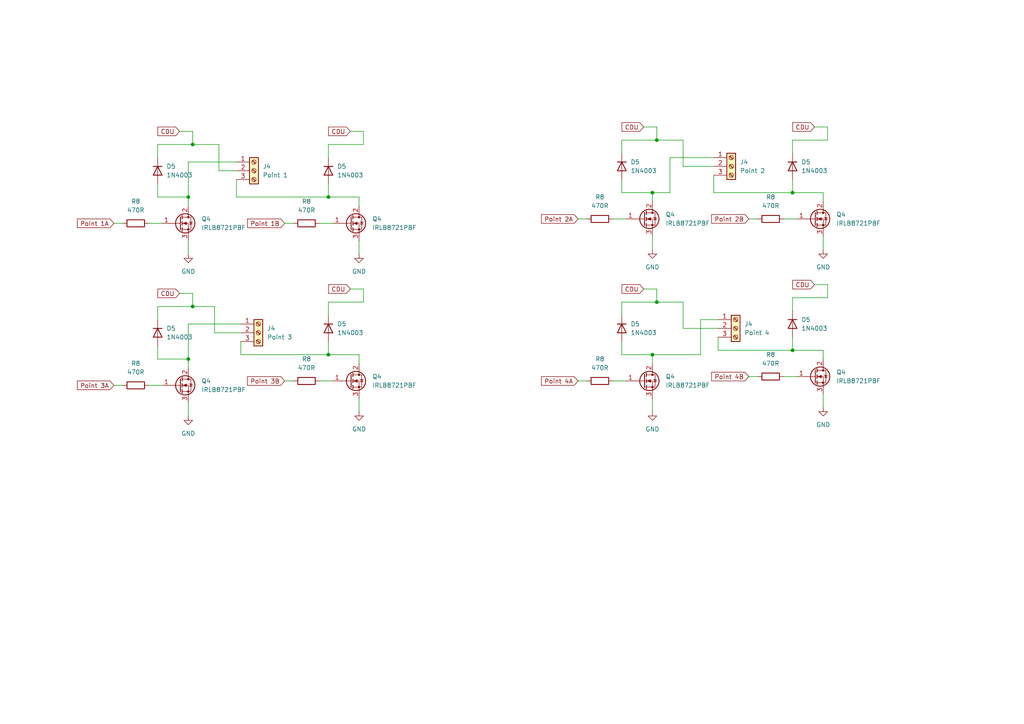
<source format=kicad_sch>
(kicad_sch (version 20230121) (generator eeschema)
  (paper "A4")
  (title_block (date "April 2024") (comment 1 "www.penguintutor.com/projects/modelrailwaypoints"))
  (lib_symbols
    (symbol "Connector:Screw_Terminal_01x03" (pin_names (offset 1.016) hide)
      (property "Reference" "J" (at 0 5.08 0))
      (property "Value" "Screw_Terminal_01x03" (at 0 -5.08 0))
      (symbol "Screw_Terminal_01x03_1_1"
        (rectangle (start -1.27 3.81) (end 1.27 -3.81) (stroke (width 0.254)) (fill (type background)))
        (circle (center 0 -2.54) (radius 0.635) (stroke (width 0.1524)))
        (polyline (pts (xy -0.5334 -2.2098) (xy 0.3302 -3.048)) (stroke (width 0.1524)))
        (polyline (pts (xy -0.5334 0.3302) (xy 0.3302 -0.508)) (stroke (width 0.1524)))
        (polyline (pts (xy -0.5334 2.8702) (xy 0.3302 2.032)) (stroke (width 0.1524)))
        (polyline (pts (xy -0.3556 -2.032) (xy 0.508 -2.8702)) (stroke (width 0.1524)))
        (polyline (pts (xy -0.3556 0.508) (xy 0.508 -0.3302)) (stroke (width 0.1524)))
        (polyline (pts (xy -0.3556 3.048) (xy 0.508 2.2098)) (stroke (width 0.1524)))
        (circle (center 0 0) (radius 0.635) (stroke (width 0.1524)))
        (circle (center 0 2.54) (radius 0.635) (stroke (width 0.1524)))
        (pin passive line (at -5.08 2.54 0) (length 3.81) (name "Pin_1") (number "1"))
        (pin passive line (at -5.08 0 0) (length 3.81) (name "Pin_2") (number "2"))
        (pin passive line (at -5.08 -2.54 0) (length 3.81) (name "Pin_3") (number "3"))
      )
    )
    (symbol "Device:R" (pin_numbers hide) (pin_names (offset 0))
      (property "Reference" "R" (at 2.032 0 90))
      (property "Value" "R" (at 0 0 90))
      (symbol "R_0_1"
        (rectangle (start -1.016 -2.54) (end 1.016 2.54) (stroke (width 0.254)))
      )
      (symbol "R_1_1"
        (pin passive line (at 0 3.81 270) (length 1.27) (name "~") (number "1"))
        (pin passive line (at 0 -3.81 90) (length 1.27) (name "~") (number "2"))
      )
    )
    (symbol "Diode:1N4003" (pin_numbers hide) (pin_names hide)
      (property "Reference" "D" (at 0 2.54 0))
      (property "Value" "1N4003" (at 0 -2.54 0))
      (symbol "1N4003_0_1"
        (polyline (pts (xy -1.27 1.27) (xy -1.27 -1.27)) (stroke (width 0.254)))
        (polyline (pts (xy 1.27 0) (xy -1.27 0)))
        (polyline (pts (xy 1.27 1.27) (xy 1.27 -1.27) (xy -1.27 0) (xy 1.27 1.27)) (stroke (width 0.254)))
      )
      (symbol "1N4003_1_1"
        (pin passive line (at -3.81 0 0) (length 2.54) (name "K") (number "1"))
        (pin passive line (at 3.81 0 180) (length 2.54) (name "A") (number "2"))
      )
    )
    (symbol "Transistor_FET:IRLB8721PBF" (pin_names hide)
      (property "Reference" "Q" (at 6.35 1.905 0))
      (property "Value" "IRLB8721PBF" (at 6.35 0 0))
      (symbol "IRLB8721PBF_0_1"
        (polyline (pts (xy 0.254 0) (xy -2.54 0)))
        (polyline (pts (xy 0.254 1.905) (xy 0.254 -1.905)) (stroke (width 0.254)))
        (polyline (pts (xy 0.762 -1.27) (xy 0.762 -2.286)) (stroke (width 0.254)))
        (polyline (pts (xy 0.762 0.508) (xy 0.762 -0.508)) (stroke (width 0.254)))
        (polyline (pts (xy 0.762 2.286) (xy 0.762 1.27)) (stroke (width 0.254)))
        (polyline (pts (xy 2.54 2.54) (xy 2.54 1.778)))
        (polyline (pts (xy 2.54 -2.54) (xy 2.54 0) (xy 0.762 0)))
        (polyline (pts (xy 0.762 -1.778) (xy 3.302 -1.778) (xy 3.302 1.778) (xy 0.762 1.778)))
        (polyline (pts (xy 1.016 0) (xy 2.032 0.381) (xy 2.032 -0.381) (xy 1.016 0)) (fill (type outline)))
        (polyline (pts (xy 2.794 0.508) (xy 2.921 0.381) (xy 3.683 0.381) (xy 3.81 0.254)))
        (polyline (pts (xy 3.302 0.381) (xy 2.921 -0.254) (xy 3.683 -0.254) (xy 3.302 0.381)))
        (circle (center 1.651 0) (radius 2.794) (stroke (width 0.254)))
        (circle (center 2.54 -1.778) (radius 0.254) (fill (type outline)))
        (circle (center 2.54 1.778) (radius 0.254) (fill (type outline)))
      )
      (symbol "IRLB8721PBF_1_1"
        (pin input line (at -5.08 0 0) (length 2.54) (name "G") (number "1"))
        (pin passive line (at 2.54 5.08 270) (length 2.54) (name "D") (number "2"))
        (pin passive line (at 2.54 -5.08 90) (length 2.54) (name "S") (number "3"))
      )
    )
    (symbol "power:GND" (power) (pin_names (offset 0))
      (property "Value" "GND" (at 0 -3.81 0))
      (symbol "GND_0_1"
        (polyline (pts (xy 0 0) (xy 0 -1.27) (xy 1.27 -1.27) (xy 0 -2.54) (xy -1.27 -1.27) (xy 0 -1.27)))
      )
      (symbol "GND_1_1"
        (pin power_in line (at 0 0 270) (length 0) hide (name "GND") (number "1"))
      )
    )
  )
  (junction (at 190.5 87.63))
  (junction (at 95.25 102.87))
  (junction (at 190.5 40.64))
  (junction (at 95.25 57.15))
  (junction (at 189.23 55.88))
  (junction (at 55.88 41.91))
  (junction (at 229.87 101.6))
  (junction (at 229.87 55.88))
  (junction (at 54.61 57.15))
  (junction (at 54.61 104.14))
  (junction (at 55.88 88.9))
  (junction (at 189.23 102.87))
  (wire (pts (xy 240.03 36.83) (xy 240.03 40.64)))
  (wire (pts (xy 92.71 64.77) (xy 96.52 64.77)))
  (wire (pts (xy 68.58 57.15) (xy 95.25 57.15)))
  (wire (pts (xy 33.02 111.76) (xy 35.56 111.76)))
  (wire (pts (xy 54.61 46.99) (xy 68.58 46.99)))
  (wire (pts (xy 95.25 41.91) (xy 105.41 41.91)))
  (wire (pts (xy 180.34 52.07) (xy 180.34 55.88)))
  (wire (pts (xy 43.18 64.77) (xy 46.99 64.77)))
  (wire (pts (xy 229.87 40.64) (xy 240.03 40.64)))
  (wire (pts (xy 189.23 102.87) (xy 203.2 102.87)))
  (wire (pts (xy 227.33 63.5) (xy 231.14 63.5)))
  (wire (pts (xy 229.87 101.6) (xy 238.76 101.6)))
  (wire (pts (xy 101.6 83.82) (xy 105.41 83.82)))
  (wire (pts (xy 180.34 44.45) (xy 180.34 40.64)))
  (wire (pts (xy 208.28 101.6) (xy 229.87 101.6)))
  (wire (pts (xy 240.03 82.55) (xy 240.03 86.36)))
  (wire (pts (xy 101.6 38.1) (xy 105.41 38.1)))
  (wire (pts (xy 62.23 88.9) (xy 62.23 96.52)))
  (wire (pts (xy 104.14 69.85) (xy 104.14 73.66)))
  (wire (pts (xy 238.76 101.6) (xy 238.76 104.14)))
  (wire (pts (xy 207.01 55.88) (xy 229.87 55.88)))
  (wire (pts (xy 95.25 53.34) (xy 95.25 57.15)))
  (wire (pts (xy 55.88 38.1) (xy 55.88 41.91)))
  (wire (pts (xy 208.28 97.79) (xy 208.28 101.6)))
  (wire (pts (xy 236.22 82.55) (xy 240.03 82.55)))
  (wire (pts (xy 45.72 53.34) (xy 45.72 57.15)))
  (wire (pts (xy 82.55 110.49) (xy 85.09 110.49)))
  (wire (pts (xy 52.07 85.09) (xy 55.88 85.09)))
  (wire (pts (xy 68.58 52.07) (xy 68.58 57.15)))
  (wire (pts (xy 229.87 55.88) (xy 238.76 55.88)))
  (wire (pts (xy 180.34 55.88) (xy 189.23 55.88)))
  (wire (pts (xy 54.61 57.15) (xy 54.61 59.69)))
  (wire (pts (xy 177.8 110.49) (xy 181.61 110.49)))
  (wire (pts (xy 95.25 102.87) (xy 104.14 102.87)))
  (wire (pts (xy 52.07 38.1) (xy 55.88 38.1)))
  (wire (pts (xy 54.61 104.14) (xy 54.61 106.68)))
  (wire (pts (xy 186.69 36.83) (xy 190.5 36.83)))
  (wire (pts (xy 45.72 45.72) (xy 45.72 41.91)))
  (wire (pts (xy 229.87 86.36) (xy 240.03 86.36)))
  (wire (pts (xy 198.12 87.63) (xy 198.12 95.25)))
  (wire (pts (xy 54.61 116.84) (xy 54.61 120.65)))
  (wire (pts (xy 54.61 93.98) (xy 54.61 104.14)))
  (wire (pts (xy 104.14 115.57) (xy 104.14 119.38)))
  (wire (pts (xy 236.22 36.83) (xy 240.03 36.83)))
  (wire (pts (xy 180.34 40.64) (xy 190.5 40.64)))
  (wire (pts (xy 167.64 63.5) (xy 170.18 63.5)))
  (wire (pts (xy 194.31 55.88) (xy 194.31 45.72)))
  (wire (pts (xy 104.14 57.15) (xy 104.14 59.69)))
  (wire (pts (xy 95.25 45.72) (xy 95.25 41.91)))
  (wire (pts (xy 82.55 64.77) (xy 85.09 64.77)))
  (wire (pts (xy 190.5 40.64) (xy 198.12 40.64)))
  (wire (pts (xy 92.71 110.49) (xy 96.52 110.49)))
  (wire (pts (xy 189.23 55.88) (xy 194.31 55.88)))
  (wire (pts (xy 180.34 87.63) (xy 190.5 87.63)))
  (wire (pts (xy 54.61 57.15) (xy 54.61 46.99)))
  (wire (pts (xy 55.88 85.09) (xy 55.88 88.9)))
  (wire (pts (xy 55.88 88.9) (xy 62.23 88.9)))
  (wire (pts (xy 63.5 49.53) (xy 68.58 49.53)))
  (wire (pts (xy 238.76 55.88) (xy 238.76 58.42)))
  (wire (pts (xy 198.12 95.25) (xy 208.28 95.25)))
  (wire (pts (xy 186.69 83.82) (xy 190.5 83.82)))
  (wire (pts (xy 190.5 83.82) (xy 190.5 87.63)))
  (wire (pts (xy 54.61 69.85) (xy 54.61 73.66)))
  (wire (pts (xy 238.76 114.3) (xy 238.76 118.11)))
  (wire (pts (xy 238.76 68.58) (xy 238.76 72.39)))
  (wire (pts (xy 229.87 52.07) (xy 229.87 55.88)))
  (wire (pts (xy 180.34 99.06) (xy 180.34 102.87)))
  (wire (pts (xy 69.85 93.98) (xy 54.61 93.98)))
  (wire (pts (xy 69.85 99.06) (xy 69.85 102.87)))
  (wire (pts (xy 62.23 96.52) (xy 69.85 96.52)))
  (wire (pts (xy 95.25 99.06) (xy 95.25 102.87)))
  (wire (pts (xy 105.41 38.1) (xy 105.41 41.91)))
  (wire (pts (xy 217.17 109.22) (xy 219.71 109.22)))
  (wire (pts (xy 229.87 44.45) (xy 229.87 40.64)))
  (wire (pts (xy 190.5 87.63) (xy 198.12 87.63)))
  (wire (pts (xy 167.64 110.49) (xy 170.18 110.49)))
  (wire (pts (xy 43.18 111.76) (xy 46.99 111.76)))
  (wire (pts (xy 95.25 91.44) (xy 95.25 87.63)))
  (wire (pts (xy 177.8 63.5) (xy 181.61 63.5)))
  (wire (pts (xy 104.14 102.87) (xy 104.14 105.41)))
  (wire (pts (xy 45.72 104.14) (xy 54.61 104.14)))
  (wire (pts (xy 190.5 36.83) (xy 190.5 40.64)))
  (wire (pts (xy 207.01 50.8) (xy 207.01 55.88)))
  (wire (pts (xy 55.88 41.91) (xy 63.5 41.91)))
  (wire (pts (xy 198.12 48.26) (xy 207.01 48.26)))
  (wire (pts (xy 189.23 102.87) (xy 189.23 105.41)))
  (wire (pts (xy 105.41 83.82) (xy 105.41 87.63)))
  (wire (pts (xy 189.23 55.88) (xy 189.23 58.42)))
  (wire (pts (xy 229.87 97.79) (xy 229.87 101.6)))
  (wire (pts (xy 229.87 90.17) (xy 229.87 86.36)))
  (wire (pts (xy 63.5 41.91) (xy 63.5 49.53)))
  (wire (pts (xy 194.31 45.72) (xy 207.01 45.72)))
  (wire (pts (xy 45.72 57.15) (xy 54.61 57.15)))
  (wire (pts (xy 198.12 40.64) (xy 198.12 48.26)))
  (wire (pts (xy 203.2 102.87) (xy 203.2 92.71)))
  (wire (pts (xy 95.25 57.15) (xy 104.14 57.15)))
  (wire (pts (xy 189.23 115.57) (xy 189.23 119.38)))
  (wire (pts (xy 45.72 41.91) (xy 55.88 41.91)))
  (wire (pts (xy 227.33 109.22) (xy 231.14 109.22)))
  (wire (pts (xy 189.23 68.58) (xy 189.23 72.39)))
  (wire (pts (xy 217.17 63.5) (xy 219.71 63.5)))
  (wire (pts (xy 180.34 102.87) (xy 189.23 102.87)))
  (wire (pts (xy 69.85 102.87) (xy 95.25 102.87)))
  (wire (pts (xy 45.72 88.9) (xy 55.88 88.9)))
  (wire (pts (xy 33.02 64.77) (xy 35.56 64.77)))
  (wire (pts (xy 95.25 87.63) (xy 105.41 87.63)))
  (wire (pts (xy 180.34 91.44) (xy 180.34 87.63)))
  (wire (pts (xy 45.72 100.33) (xy 45.72 104.14)))
  (wire (pts (xy 45.72 92.71) (xy 45.72 88.9)))
  (wire (pts (xy 203.2 92.71) (xy 208.28 92.71)))
  (global_label "Point 3B" (shape input) (at 82.55 110.49 180) (property "Intersheetrefs" "${INTERSHEET_REFS}" (effects hide)))
  (global_label "CDU" (shape input) (at 236.22 82.55 180) (property "Intersheetrefs" "${INTERSHEET_REFS}" (effects hide)))
  (global_label "Point 4A" (shape input) (at 167.64 110.49 180) (property "Intersheetrefs" "${INTERSHEET_REFS}" (effects hide)))
  (global_label "CDU" (shape input) (at 101.6 38.1 180) (property "Intersheetrefs" "${INTERSHEET_REFS}" (effects hide)))
  (global_label "Point 1B" (shape input) (at 82.55 64.77 180) (property "Intersheetrefs" "${INTERSHEET_REFS}" (effects hide)))
  (global_label "CDU" (shape input) (at 186.69 83.82 180) (property "Intersheetrefs" "${INTERSHEET_REFS}" (effects hide)))
  (global_label "CDU" (shape input) (at 236.22 36.83 180) (property "Intersheetrefs" "${INTERSHEET_REFS}" (effects hide)))
  (global_label "CDU" (shape input) (at 186.69 36.83 180) (property "Intersheetrefs" "${INTERSHEET_REFS}" (effects hide)))
  (global_label "Point 3A" (shape input) (at 33.02 111.76 180) (property "Intersheetrefs" "${INTERSHEET_REFS}" (effects hide)))
  (global_label "Point 4B" (shape input) (at 217.17 109.22 180) (property "Intersheetrefs" "${INTERSHEET_REFS}" (effects hide)))
  (global_label "CDU" (shape input) (at 52.07 38.1 180) (property "Intersheetrefs" "${INTERSHEET_REFS}" (effects hide)))
  (global_label "Point 1A" (shape input) (at 33.02 64.77 180) (property "Intersheetrefs" "${INTERSHEET_REFS}" (effects hide)))
  (global_label "Point 2A" (shape input) (at 167.64 63.5 180) (property "Intersheetrefs" "${INTERSHEET_REFS}" (effects hide)))
  (global_label "CDU" (shape input) (at 101.6 83.82 180) (property "Intersheetrefs" "${INTERSHEET_REFS}" (effects hide)))
  (global_label "CDU" (shape input) (at 52.07 85.09 180) (property "Intersheetrefs" "${INTERSHEET_REFS}" (effects hide)))
  (global_label "Point 2B" (shape input) (at 217.17 63.5 180) (property "Intersheetrefs" "${INTERSHEET_REFS}" (effects hide)))
  (symbol (lib_id "Device:R") (at 39.37 64.77 90) (unit 1)
    (property "Reference" "R8" (at 39.37 58.42 90))
    (property "Value" "470R" (at 39.37 60.96 90))
    (property "Footprint" "Resistor_THT:R_Axial_DIN0411_L9.9mm_D3.6mm_P15.24mm_Horizontal" (effects hide))
  )
  (symbol (lib_id "Transistor_FET:IRLB8721PBF") (at 186.69 63.5 0) (unit 1)
    (property "Reference" "Q4" (at 193.04 62.23 0) (effects (justify left)))
    (property "Value" "IRLB8721PBF" (at 193.04 64.77 0) (effects (justify left)))
    (property "Footprint" "Package_TO_SOT_THT:TO-220-3_Vertical" (effects hide))
    (property "Datasheet" "http://www.infineon.com/dgdl/irlb8721pbf.pdf?fileId=5546d462533600a40153566056732591" (effects hide))
  )
  (symbol (lib_id "Diode:1N4003") (at 95.25 49.53 270) (unit 1)
    (property "Reference" "D5" (at 97.79 48.26 90) (effects (justify left)))
    (property "Value" "1N4003" (at 97.79 50.8 90) (effects (justify left)))
    (property "Footprint" "Diode_THT:D_DO-41_SOD81_P10.16mm_Horizontal" (effects hide))
    (property "Datasheet" "http://www.vishay.com/docs/88503/1n4001.pdf" (effects hide))
    (property "Sim.Device" "D" (effects hide))
    (property "Sim.Pins" "1=K 2=A" (effects hide))
    (instances (project "point-controller" (path "" (reference "D5") (unit 1)) (path "" (reference "D6") (unit 1)) (path "" (reference "D10") (unit 1))))
  )
  (symbol (lib_id "power:GND") (at 104.14 119.38 0) (unit 1)
    (property "Reference" "#PWR01" (effects hide))
    (property "Value" "GND" (at 104.14 124.46 0))
    (instances (project "point-controller" (path "" (reference "#PWR01") (unit 1)) (path "" (reference "#PWR018") (unit 1)) (path "" (reference "#PWR023") (unit 1)) (path "" (reference "#PWR035") (unit 1))))
  )
  (symbol (lib_id "Connector:Screw_Terminal_01x03") (at 212.09 48.26 0) (unit 1)
    (property "Reference" "J4" (at 214.63 46.99 0) (effects (justify left)))
    (property "Value" "Point 2" (at 214.63 49.53 0) (effects (justify left)))
    (property "Footprint" "Connector_Phoenix_MC:PhoenixContact_MC_1,5_3-G-3.5_1x03_P3.50mm_Horizontal" (effects hide))
    (instances (project "point-controller" (path "" (reference "J4") (unit 1)) (path "" (reference "J4") (unit 1)) (path "" (reference "J6") (unit 1))))
  )
  (symbol (lib_id "Diode:1N4003") (at 229.87 48.26 270) (unit 1)
    (property "Reference" "D5" (at 232.41 46.99 90) (effects (justify left)))
    (property "Value" "1N4003" (at 232.41 49.53 90) (effects (justify left)))
    (property "Footprint" "Diode_THT:D_DO-41_SOD81_P10.16mm_Horizontal" (effects hide))
    (property "Datasheet" "http://www.vishay.com/docs/88503/1n4001.pdf" (effects hide))
    (property "Sim.Device" "D" (effects hide))
    (property "Sim.Pins" "1=K 2=A" (effects hide))
    (instances (project "point-controller" (path "" (reference "D5") (unit 1)) (path "" (reference "D6") (unit 1)) (path "" (reference "D8") (unit 1))))
  )
  (symbol (lib_id "Device:R") (at 173.99 110.49 90) (unit 1)
    (property "Reference" "R8" (at 173.99 104.14 90))
    (property "Value" "470R" (at 173.99 106.68 90))
    (property "Footprint" "Resistor_THT:R_Axial_DIN0411_L9.9mm_D3.6mm_P15.24mm_Horizontal" (effects hide))
    (instances (project "point-controller" (path "" (reference "R8") (unit 1)) (path "" (reference "R10") (unit 1)) (path "" (reference "R14") (unit 1))))
  )
  (symbol (lib_id "power:GND") (at 238.76 72.39 0) (unit 1)
    (property "Reference" "#PWR01" (effects hide))
    (property "Value" "GND" (at 238.76 77.47 0))
    (instances (project "point-controller" (path "" (reference "#PWR01") (unit 1)) (path "" (reference "#PWR018") (unit 1)) (path "" (reference "#PWR021") (unit 1)) (path "" (reference "#PWR031") (unit 1))))
  )
  (symbol (lib_id "power:GND") (at 238.76 118.11 0) (unit 1)
    (property "Reference" "#PWR01" (effects hide))
    (property "Value" "GND" (at 238.76 123.19 0))
    (instances (project "point-controller" (path "" (reference "#PWR01") (unit 1)) (path "" (reference "#PWR018") (unit 1)) (path "" (reference "#PWR023") (unit 1)) (path "" (reference "#PWR034") (unit 1))))
  )
  (symbol (lib_id "power:GND") (at 189.23 119.38 0) (unit 1)
    (property "Reference" "#PWR01" (effects hide))
    (property "Value" "GND" (at 189.23 124.46 0))
    (instances (project "point-controller" (path "" (reference "#PWR01") (unit 1)) (path "" (reference "#PWR018") (unit 1)) (path "" (reference "#PWR022") (unit 1)) (path "" (reference "#PWR036") (unit 1))))
  )
  (symbol (lib_id "Device:R") (at 173.99 63.5 90) (unit 1)
    (property "Reference" "R8" (at 173.99 57.15 90))
    (property "Value" "470R" (at 173.99 59.69 90))
    (property "Footprint" "Resistor_THT:R_Axial_DIN0411_L9.9mm_D3.6mm_P15.24mm_Horizontal" (effects hide))
    (instances (project "point-controller" (path "" (reference "R8") (unit 1)) (path "" (reference "R8") (unit 1)) (path "" (reference "R10") (unit 1))))
  )
  (symbol (lib_id "Transistor_FET:IRLB8721PBF") (at 236.22 63.5 0) (unit 1)
    (property "Reference" "Q4" (at 242.57 62.23 0) (effects (justify left)))
    (property "Value" "IRLB8721PBF" (at 242.57 64.77 0) (effects (justify left)))
    (property "Footprint" "Package_TO_SOT_THT:TO-220-3_Vertical" (effects hide))
    (property "Datasheet" "http://www.infineon.com/dgdl/irlb8721pbf.pdf?fileId=5546d462533600a40153566056732591" (effects hide))
    (instances (project "point-controller" (path "" (reference "Q4") (unit 1)) (path "" (reference "Q5") (unit 1)) (path "" (reference "Q5") (unit 1))))
  )
  (symbol (lib_id "Diode:1N4003") (at 95.25 95.25 270) (unit 1)
    (property "Reference" "D5" (at 97.79 93.98 90) (effects (justify left)))
    (property "Value" "1N4003" (at 97.79 96.52 90) (effects (justify left)))
    (property "Footprint" "Diode_THT:D_DO-41_SOD81_P10.16mm_Horizontal" (effects hide))
    (property "Datasheet" "http://www.vishay.com/docs/88503/1n4001.pdf" (effects hide))
    (property "Sim.Device" "D" (effects hide))
    (property "Sim.Pins" "1=K 2=A" (effects hide))
    (instances (project "point-controller" (path "" (reference "D5") (unit 1)) (path "" (reference "D8") (unit 1)) (path "" (reference "D12") (unit 1))))
  )
  (symbol (lib_id "Device:R") (at 88.9 110.49 90) (unit 1)
    (property "Reference" "R8" (at 88.9 104.14 90))
    (property "Value" "470R" (at 88.9 106.68 90))
    (property "Footprint" "Resistor_THT:R_Axial_DIN0411_L9.9mm_D3.6mm_P15.24mm_Horizontal" (effects hide))
    (instances (project "point-controller" (path "" (reference "R8") (unit 1)) (path "" (reference "R11") (unit 1)) (path "" (reference "R13") (unit 1))))
  )
  (symbol (lib_id "Transistor_FET:IRLB8721PBF") (at 101.6 64.77 0) (unit 1)
    (property "Reference" "Q4" (at 107.95 63.5 0) (effects (justify left)))
    (property "Value" "IRLB8721PBF" (at 107.95 66.04 0) (effects (justify left)))
    (property "Footprint" "Package_TO_SOT_THT:TO-220-3_Vertical" (effects hide))
    (property "Datasheet" "http://www.infineon.com/dgdl/irlb8721pbf.pdf?fileId=5546d462533600a40153566056732591" (effects hide))
    (instances (project "point-controller" (path "" (reference "Q4") (unit 1)) (path "" (reference "Q5") (unit 1)) (path "" (reference "Q7") (unit 1))))
  )
  (symbol (lib_id "power:GND") (at 189.23 72.39 0) (unit 1)
    (property "Reference" "#PWR01" (effects hide))
    (property "Value" "GND" (at 189.23 77.47 0))
    (instances (project "point-controller" (path "" (reference "#PWR01") (unit 1)) (path "" (reference "#PWR018") (unit 1)) (path "" (reference "#PWR018") (unit 1)) (path "" (reference "#PWR030") (unit 1))))
  )
  (symbol (lib_id "Connector:Screw_Terminal_01x03") (at 213.36 95.25 0) (unit 1)
    (property "Reference" "J4" (at 215.9 93.98 0) (effects (justify left)))
    (property "Value" "Point 4" (at 215.9 96.52 0) (effects (justify left)))
    (property "Footprint" "Connector_Phoenix_MC:PhoenixContact_MC_1,5_3-G-3.5_1x03_P3.50mm_Horizontal" (effects hide))
    (instances (project "point-controller" (path "" (reference "J4") (unit 1)) (path "" (reference "J7") (unit 1)) (path "" (reference "J8") (unit 1))))
  )
  (symbol (lib_id "Transistor_FET:IRLB8721PBF") (at 236.22 109.22 0) (unit 1)
    (property "Reference" "Q4" (at 242.57 107.95 0) (effects (justify left)))
    (property "Value" "IRLB8721PBF" (at 242.57 110.49 0) (effects (justify left)))
    (property "Footprint" "Package_TO_SOT_THT:TO-220-3_Vertical" (effects hide))
    (property "Datasheet" "http://www.infineon.com/dgdl/irlb8721pbf.pdf?fileId=5546d462533600a40153566056732591" (effects hide))
    (instances (project "point-controller" (path "" (reference "Q4") (unit 1)) (path "" (reference "Q7") (unit 1)) (path "" (reference "Q8") (unit 1))))
  )
  (symbol (lib_id "Diode:1N4003") (at 45.72 96.52 270) (unit 1)
    (property "Reference" "D5" (at 48.26 95.25 90) (effects (justify left)))
    (property "Value" "1N4003" (at 48.26 97.79 90) (effects (justify left)))
    (property "Footprint" "Diode_THT:D_DO-41_SOD81_P10.16mm_Horizontal" (effects hide))
    (property "Datasheet" "http://www.vishay.com/docs/88503/1n4001.pdf" (effects hide))
    (property "Sim.Device" "D" (effects hide))
    (property "Sim.Pins" "1=K 2=A" (effects hide))
    (instances (project "point-controller" (path "" (reference "D5") (unit 1)) (path "" (reference "D7") (unit 1)) (path "" (reference "D14") (unit 1))))
  )
  (symbol (lib_id "Diode:1N4003") (at 45.72 49.53 270) (unit 1)
    (property "Reference" "D5" (at 48.26 48.26 90) (effects (justify left)))
    (property "Value" "1N4003" (at 48.26 50.8 90) (effects (justify left)))
    (property "Footprint" "Diode_THT:D_DO-41_SOD81_P10.16mm_Horizontal" (effects hide))
    (property "Datasheet" "http://www.vishay.com/docs/88503/1n4001.pdf" (effects hide))
    (property "Sim.Device" "D" (effects hide))
    (property "Sim.Pins" "1=K 2=A" (effects hide))
    (instances (project "point-controller" (path "" (reference "D5") (unit 1)) (path "" (reference "D5") (unit 1)) (path "" (reference "D9") (unit 1))))
  )
  (symbol (lib_id "power:GND") (at 54.61 120.65 0) (unit 1)
    (property "Reference" "#PWR01" (effects hide))
    (property "Value" "GND" (at 54.61 125.73 0))
    (instances (project "point-controller" (path "" (reference "#PWR01") (unit 1)) (path "" (reference "#PWR018") (unit 1)) (path "" (reference "#PWR022") (unit 1)) (path "" (reference "#PWR037") (unit 1))))
  )
  (symbol (lib_id "Diode:1N4003") (at 180.34 48.26 270) (unit 1)
    (property "Reference" "D5" (at 182.88 46.99 90) (effects (justify left)))
    (property "Value" "1N4003" (at 182.88 49.53 90) (effects (justify left)))
    (property "Footprint" "Diode_THT:D_DO-41_SOD81_P10.16mm_Horizontal" (effects hide))
    (property "Datasheet" "http://www.vishay.com/docs/88503/1n4001.pdf" (effects hide))
    (property "Sim.Device" "D" (effects hide))
    (property "Sim.Pins" "1=K 2=A" (effects hide))
    (instances (project "point-controller" (path "" (reference "D5") (unit 1)) (path "" (reference "D5") (unit 1)) (path "" (reference "D7") (unit 1))))
  )
  (symbol (lib_id "Device:R") (at 39.37 111.76 90) (unit 1)
    (property "Reference" "R8" (at 39.37 105.41 90))
    (property "Value" "470R" (at 39.37 107.95 90))
    (property "Footprint" "Resistor_THT:R_Axial_DIN0411_L9.9mm_D3.6mm_P15.24mm_Horizontal" (effects hide))
    (instances (project "point-controller" (path "" (reference "R8") (unit 1)) (path "" (reference "R10") (unit 1)) (path "" (reference "R12") (unit 1))))
  )
  (symbol (lib_id "Device:R") (at 223.52 109.22 90) (unit 1)
    (property "Reference" "R8" (at 223.52 102.87 90))
    (property "Value" "470R" (at 223.52 105.41 90))
    (property "Footprint" "Resistor_THT:R_Axial_DIN0411_L9.9mm_D3.6mm_P15.24mm_Horizontal" (effects hide))
    (instances (project "point-controller" (path "" (reference "R8") (unit 1)) (path "" (reference "R11") (unit 1)) (path "" (reference "R15") (unit 1))))
  )
  (symbol (lib_id "Transistor_FET:IRLB8721PBF") (at 186.69 110.49 0) (unit 1)
    (property "Reference" "Q4" (at 193.04 109.22 0) (effects (justify left)))
    (property "Value" "IRLB8721PBF" (at 193.04 111.76 0) (effects (justify left)))
    (property "Footprint" "Package_TO_SOT_THT:TO-220-3_Vertical" (effects hide))
    (property "Datasheet" "http://www.infineon.com/dgdl/irlb8721pbf.pdf?fileId=5546d462533600a40153566056732591" (effects hide))
    (instances (project "point-controller" (path "" (reference "Q4") (unit 1)) (path "" (reference "Q6") (unit 1)) (path "" (reference "Q10") (unit 1))))
  )
  (symbol (lib_id "power:GND") (at 54.61 73.66 0) (unit 1)
    (property "Reference" "#PWR01" (effects hide))
    (property "Value" "GND" (at 54.61 78.74 0))
    (instances (project "point-controller" (path "" (reference "#PWR01") (unit 1)) (path "" (reference "#PWR018") (unit 1)) (path "" (reference "#PWR018") (unit 1)) (path "" (reference "#PWR032") (unit 1))))
  )
  (symbol (lib_id "Diode:1N4003") (at 180.34 95.25 270) (unit 1)
    (property "Reference" "D5" (at 182.88 93.98 90) (effects (justify left)))
    (property "Value" "1N4003" (at 182.88 96.52 90) (effects (justify left)))
    (property "Footprint" "Diode_THT:D_DO-41_SOD81_P10.16mm_Horizontal" (effects hide))
    (property "Datasheet" "http://www.vishay.com/docs/88503/1n4001.pdf" (effects hide))
    (property "Sim.Device" "D" (effects hide))
    (property "Sim.Pins" "1=K 2=A" (effects hide))
    (instances (project "point-controller" (path "" (reference "D5") (unit 1)) (path "" (reference "D7") (unit 1)) (path "" (reference "D13") (unit 1))))
  )
  (symbol (lib_id "Connector:Screw_Terminal_01x03") (at 73.66 49.53 0) (unit 1)
    (property "Reference" "J4" (at 76.2 48.26 0) (effects (justify left)))
    (property "Value" "Point 1" (at 76.2 50.8 0) (effects (justify left)))
    (property "Footprint" "Connector_Phoenix_MC:PhoenixContact_MC_1,5_3-G-3.5_1x03_P3.50mm_Horizontal" (effects hide))
    (instances (project "point-controller" (path "" (reference "J4") (unit 1)) (path "" (reference "J6") (unit 1)) (path "" (reference "J7") (unit 1))))
  )
  (symbol (lib_id "Transistor_FET:IRLB8721PBF") (at 52.07 111.76 0) (unit 1)
    (property "Reference" "Q4" (at 58.42 110.49 0) (effects (justify left)))
    (property "Value" "IRLB8721PBF" (at 58.42 113.03 0) (effects (justify left)))
    (property "Footprint" "Package_TO_SOT_THT:TO-220-3_Vertical" (effects hide))
    (property "Datasheet" "http://www.infineon.com/dgdl/irlb8721pbf.pdf?fileId=5546d462533600a40153566056732591" (effects hide))
    (instances (project "point-controller" (path "" (reference "Q4") (unit 1)) (path "" (reference "Q6") (unit 1)) (path "" (reference "Q11") (unit 1))))
  )
  (symbol (lib_id "power:GND") (at 104.14 73.66 0) (unit 1)
    (property "Reference" "#PWR01" (effects hide))
    (property "Value" "GND" (at 104.14 78.74 0))
    (instances (project "point-controller" (path "" (reference "#PWR01") (unit 1)) (path "" (reference "#PWR018") (unit 1)) (path "" (reference "#PWR021") (unit 1)) (path "" (reference "#PWR033") (unit 1))))
  )
  (symbol (lib_id "Connector:Screw_Terminal_01x03") (at 74.93 96.52 0) (unit 1)
    (property "Reference" "J4" (at 77.47 95.25 0) (effects (justify left)))
    (property "Value" "Point 3" (at 77.47 97.79 0) (effects (justify left)))
    (property "Footprint" "Connector_Phoenix_MC:PhoenixContact_MC_1,5_3-G-3.5_1x03_P3.50mm_Horizontal" (effects hide))
    (instances (project "point-controller" (path "" (reference "J4") (unit 1)) (path "" (reference "J7") (unit 1)) (path "" (reference "J9") (unit 1))))
  )
  (symbol (lib_id "Transistor_FET:IRLB8721PBF") (at 101.6 110.49 0) (unit 1)
    (property "Reference" "Q4" (at 107.95 109.22 0) (effects (justify left)))
    (property "Value" "IRLB8721PBF" (at 107.95 111.76 0) (effects (justify left)))
    (property "Footprint" "Package_TO_SOT_THT:TO-220-3_Vertical" (effects hide))
    (property "Datasheet" "http://www.infineon.com/dgdl/irlb8721pbf.pdf?fileId=5546d462533600a40153566056732591" (effects hide))
    (instances (project "point-controller" (path "" (reference "Q4") (unit 1)) (path "" (reference "Q7") (unit 1)) (path "" (reference "Q9") (unit 1))))
  )
  (symbol (lib_id "Device:R") (at 88.9 64.77 90) (unit 1)
    (property "Reference" "R8" (at 88.9 58.42 90))
    (property "Value" "470R" (at 88.9 60.96 90))
    (property "Footprint" "Resistor_THT:R_Axial_DIN0411_L9.9mm_D3.6mm_P15.24mm_Horizontal" (effects hide))
    (instances (project "point-controller" (path "" (reference "R8") (unit 1)) (path "" (reference "R9") (unit 1)) (path "" (reference "R9") (unit 1))))
  )
  (symbol (lib_id "Diode:1N4003") (at 229.87 93.98 270) (unit 1)
    (property "Reference" "D5" (at 232.41 92.71 90) (effects (justify left)))
    (property "Value" "1N4003" (at 232.41 95.25 90) (effects (justify left)))
    (property "Footprint" "Diode_THT:D_DO-41_SOD81_P10.16mm_Horizontal" (effects hide))
    (property "Datasheet" "http://www.vishay.com/docs/88503/1n4001.pdf" (effects hide))
    (property "Sim.Device" "D" (effects hide))
    (property "Sim.Pins" "1=K 2=A" (effects hide))
    (instances (project "point-controller" (path "" (reference "D5") (unit 1)) (path "" (reference "D8") (unit 1)) (path "" (reference "D11") (unit 1))))
  )
  (symbol (lib_id "Device:R") (at 223.52 63.5 90) (unit 1)
    (property "Reference" "R8" (at 223.52 57.15 90))
    (property "Value" "470R" (at 223.52 59.69 90))
    (property "Footprint" "Resistor_THT:R_Axial_DIN0411_L9.9mm_D3.6mm_P15.24mm_Horizontal" (effects hide))
    (instances (project "point-controller" (path "" (reference "R8") (unit 1)) (path "" (reference "R9") (unit 1)) (path "" (reference "R11") (unit 1))))
  )
  (symbol (lib_id "Transistor_FET:IRLB8721PBF") (at 52.07 64.77 0) (unit 1)
    (property "Reference" "Q4" (at 58.42 63.5 0) (effects (justify left)))
    (property "Value" "IRLB8721PBF" (at 58.42 66.04 0) (effects (justify left)))
    (property "Footprint" "Package_TO_SOT_THT:TO-220-3_Vertical" (effects hide))
    (property "Datasheet" "http://www.infineon.com/dgdl/irlb8721pbf.pdf?fileId=5546d462533600a40153566056732591" (effects hide))
    (instances (project "point-controller" (path "" (reference "Q4") (unit 1)) (path "" (reference "Q4") (unit 1)) (path "" (reference "Q6") (unit 1))))
  )
)
</source>
